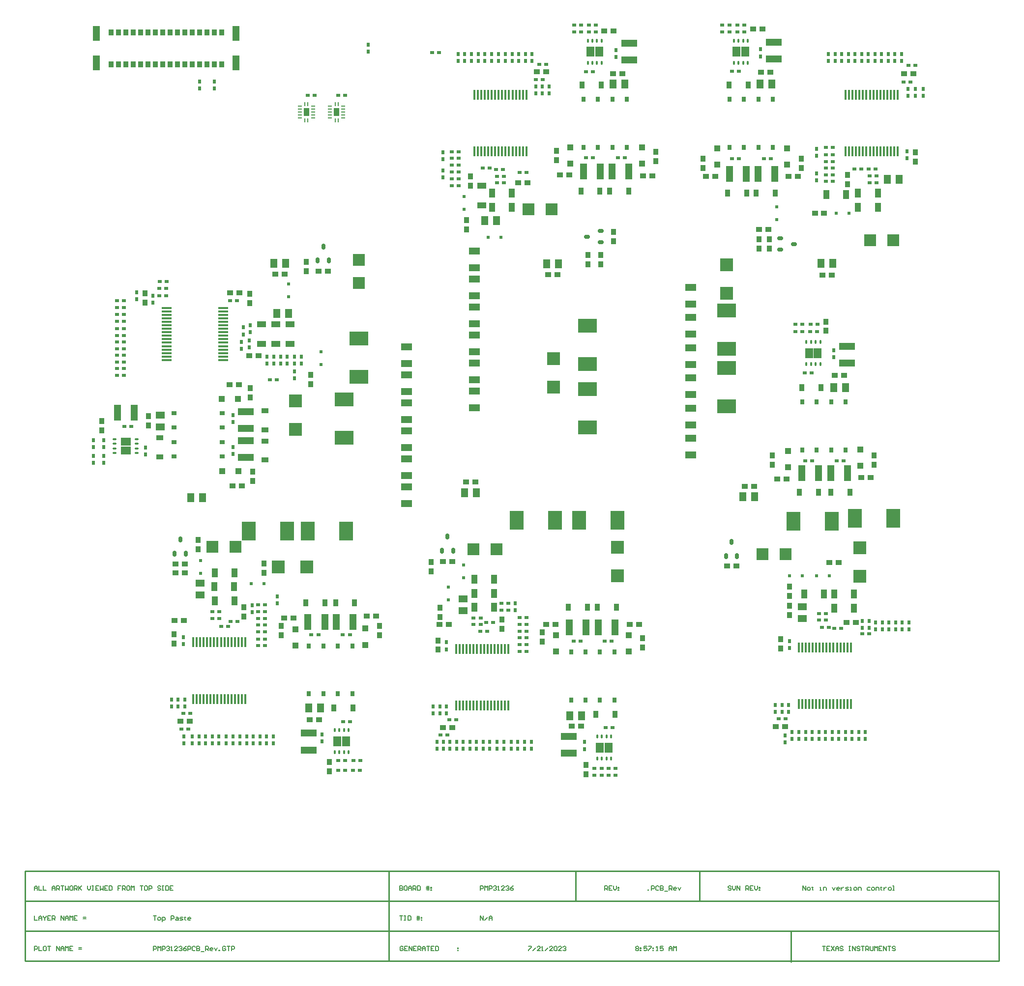
<source format=gtp>
G04*
G04 #@! TF.GenerationSoftware,Altium Limited,Altium Designer,23.6.0 (18)*
G04*
G04 Layer_Color=8421504*
%FSAX44Y44*%
%MOMM*%
G71*
G04*
G04 #@! TF.SameCoordinates,B6B15AAD-09C2-4985-A1E0-6DBEE0027C76*
G04*
G04*
G04 #@! TF.FilePolarity,Positive*
G04*
G01*
G75*
%ADD15C,0.2032*%
%ADD16C,0.2540*%
G04:AMPARAMS|DCode=28|XSize=1.75mm|YSize=1.31mm|CornerRadius=0.0524mm|HoleSize=0mm|Usage=FLASHONLY|Rotation=90.000|XOffset=0mm|YOffset=0mm|HoleType=Round|Shape=RoundedRectangle|*
%AMROUNDEDRECTD28*
21,1,1.7500,1.2052,0,0,90.0*
21,1,1.6452,1.3100,0,0,90.0*
1,1,0.1048,0.6026,0.8226*
1,1,0.1048,0.6026,-0.8226*
1,1,0.1048,-0.6026,-0.8226*
1,1,0.1048,-0.6026,0.8226*
%
%ADD28ROUNDEDRECTD28*%
G04:AMPARAMS|DCode=29|XSize=1.75mm|YSize=1.31mm|CornerRadius=0.0524mm|HoleSize=0mm|Usage=FLASHONLY|Rotation=180.000|XOffset=0mm|YOffset=0mm|HoleType=Round|Shape=RoundedRectangle|*
%AMROUNDEDRECTD29*
21,1,1.7500,1.2052,0,0,180.0*
21,1,1.6452,1.3100,0,0,180.0*
1,1,0.1048,-0.8226,0.6026*
1,1,0.1048,0.8226,0.6026*
1,1,0.1048,0.8226,-0.6026*
1,1,0.1048,-0.8226,-0.6026*
%
%ADD29ROUNDEDRECTD29*%
G04:AMPARAMS|DCode=30|XSize=1.65mm|YSize=0.41mm|CornerRadius=0.0492mm|HoleSize=0mm|Usage=FLASHONLY|Rotation=270.000|XOffset=0mm|YOffset=0mm|HoleType=Round|Shape=RoundedRectangle|*
%AMROUNDEDRECTD30*
21,1,1.6500,0.3116,0,0,270.0*
21,1,1.5516,0.4100,0,0,270.0*
1,1,0.0984,-0.1558,-0.7758*
1,1,0.0984,-0.1558,0.7758*
1,1,0.0984,0.1558,0.7758*
1,1,0.0984,0.1558,-0.7758*
%
%ADD30ROUNDEDRECTD30*%
%ADD31R,0.6000X0.8000*%
%ADD32R,0.8000X0.6000*%
%ADD33R,0.9500X1.0000*%
%ADD34R,1.2700X1.6002*%
%ADD35R,1.0000X0.9500*%
%ADD36R,1.6000X1.1000*%
%ADD37R,0.5000X0.5000*%
%ADD38R,1.1000X1.1000*%
%ADD39R,2.7000X1.3000*%
%ADD40R,1.2200X0.9150*%
%ADD41R,0.5000X0.5000*%
%ADD42R,1.1000X1.6000*%
%ADD43R,1.6002X1.2700*%
%ADD44R,2.0000X2.0000*%
G04:AMPARAMS|DCode=45|XSize=0.6mm|YSize=1mm|CornerRadius=0.15mm|HoleSize=0mm|Usage=FLASHONLY|Rotation=180.000|XOffset=0mm|YOffset=0mm|HoleType=Round|Shape=RoundedRectangle|*
%AMROUNDEDRECTD45*
21,1,0.6000,0.7000,0,0,180.0*
21,1,0.3000,1.0000,0,0,180.0*
1,1,0.3000,-0.1500,0.3500*
1,1,0.3000,0.1500,0.3500*
1,1,0.3000,0.1500,-0.3500*
1,1,0.3000,-0.1500,-0.3500*
%
%ADD45ROUNDEDRECTD45*%
%ADD46R,1.1000X1.1000*%
%ADD47R,0.9150X1.2200*%
%ADD48R,1.3000X2.7000*%
G04:AMPARAMS|DCode=49|XSize=0.6mm|YSize=1mm|CornerRadius=0.15mm|HoleSize=0mm|Usage=FLASHONLY|Rotation=90.000|XOffset=0mm|YOffset=0mm|HoleType=Round|Shape=RoundedRectangle|*
%AMROUNDEDRECTD49*
21,1,0.6000,0.7000,0,0,90.0*
21,1,0.3000,1.0000,0,0,90.0*
1,1,0.3000,0.3500,0.1500*
1,1,0.3000,0.3500,-0.1500*
1,1,0.3000,-0.3500,-0.1500*
1,1,0.3000,-0.3500,0.1500*
%
%ADD49ROUNDEDRECTD49*%
G04:AMPARAMS|DCode=50|XSize=0.87mm|YSize=0.71mm|CornerRadius=0.0497mm|HoleSize=0mm|Usage=FLASHONLY|Rotation=90.000|XOffset=0mm|YOffset=0mm|HoleType=Round|Shape=RoundedRectangle|*
%AMROUNDEDRECTD50*
21,1,0.8700,0.6106,0,0,90.0*
21,1,0.7706,0.7100,0,0,90.0*
1,1,0.0994,0.3053,0.3853*
1,1,0.0994,0.3053,-0.3853*
1,1,0.0994,-0.3053,-0.3853*
1,1,0.0994,-0.3053,0.3853*
%
%ADD50ROUNDEDRECTD50*%
G04:AMPARAMS|DCode=51|XSize=2.4mm|YSize=3.3mm|CornerRadius=0.048mm|HoleSize=0mm|Usage=FLASHONLY|Rotation=90.000|XOffset=0mm|YOffset=0mm|HoleType=Round|Shape=RoundedRectangle|*
%AMROUNDEDRECTD51*
21,1,2.4000,3.2040,0,0,90.0*
21,1,2.3040,3.3000,0,0,90.0*
1,1,0.0960,1.6020,1.1520*
1,1,0.0960,1.6020,-1.1520*
1,1,0.0960,-1.6020,-1.1520*
1,1,0.0960,-1.6020,1.1520*
%
%ADD51ROUNDEDRECTD51*%
G04:AMPARAMS|DCode=52|XSize=2.16mm|YSize=2.26mm|CornerRadius=0.054mm|HoleSize=0mm|Usage=FLASHONLY|Rotation=90.000|XOffset=0mm|YOffset=0mm|HoleType=Round|Shape=RoundedRectangle|*
%AMROUNDEDRECTD52*
21,1,2.1600,2.1520,0,0,90.0*
21,1,2.0520,2.2600,0,0,90.0*
1,1,0.1080,1.0760,1.0260*
1,1,0.1080,1.0760,-1.0260*
1,1,0.1080,-1.0760,-1.0260*
1,1,0.1080,-1.0760,1.0260*
%
%ADD52ROUNDEDRECTD52*%
G04:AMPARAMS|DCode=53|XSize=2.4mm|YSize=3.3mm|CornerRadius=0.048mm|HoleSize=0mm|Usage=FLASHONLY|Rotation=180.000|XOffset=0mm|YOffset=0mm|HoleType=Round|Shape=RoundedRectangle|*
%AMROUNDEDRECTD53*
21,1,2.4000,3.2040,0,0,180.0*
21,1,2.3040,3.3000,0,0,180.0*
1,1,0.0960,-1.1520,1.6020*
1,1,0.0960,1.1520,1.6020*
1,1,0.0960,1.1520,-1.6020*
1,1,0.0960,-1.1520,-1.6020*
%
%ADD53ROUNDEDRECTD53*%
%ADD54R,1.8500X1.3000*%
%ADD55R,2.0000X2.0000*%
G04:AMPARAMS|DCode=56|XSize=0.3mm|YSize=0.6mm|CornerRadius=0.0495mm|HoleSize=0mm|Usage=FLASHONLY|Rotation=0.000|XOffset=0mm|YOffset=0mm|HoleType=Round|Shape=RoundedRectangle|*
%AMROUNDEDRECTD56*
21,1,0.3000,0.5010,0,0,0.0*
21,1,0.2010,0.6000,0,0,0.0*
1,1,0.0990,0.1005,-0.2505*
1,1,0.0990,-0.1005,-0.2505*
1,1,0.0990,-0.1005,0.2505*
1,1,0.0990,0.1005,0.2505*
%
%ADD56ROUNDEDRECTD56*%
G04:AMPARAMS|DCode=57|XSize=2.16mm|YSize=2.26mm|CornerRadius=0.054mm|HoleSize=0mm|Usage=FLASHONLY|Rotation=180.000|XOffset=0mm|YOffset=0mm|HoleType=Round|Shape=RoundedRectangle|*
%AMROUNDEDRECTD57*
21,1,2.1600,2.1520,0,0,180.0*
21,1,2.0520,2.2600,0,0,180.0*
1,1,0.1080,-1.0260,1.0760*
1,1,0.1080,1.0260,1.0760*
1,1,0.1080,1.0260,-1.0760*
1,1,0.1080,-1.0260,-1.0760*
%
%ADD57ROUNDEDRECTD57*%
G04:AMPARAMS|DCode=58|XSize=0.3mm|YSize=0.6mm|CornerRadius=0.0495mm|HoleSize=0mm|Usage=FLASHONLY|Rotation=90.000|XOffset=0mm|YOffset=0mm|HoleType=Round|Shape=RoundedRectangle|*
%AMROUNDEDRECTD58*
21,1,0.3000,0.5010,0,0,90.0*
21,1,0.2010,0.6000,0,0,90.0*
1,1,0.0990,0.2505,0.1005*
1,1,0.0990,0.2505,-0.1005*
1,1,0.0990,-0.2505,-0.1005*
1,1,0.0990,-0.2505,0.1005*
%
%ADD58ROUNDEDRECTD58*%
G04:AMPARAMS|DCode=59|XSize=1.65mm|YSize=0.41mm|CornerRadius=0.0492mm|HoleSize=0mm|Usage=FLASHONLY|Rotation=0.000|XOffset=0mm|YOffset=0mm|HoleType=Round|Shape=RoundedRectangle|*
%AMROUNDEDRECTD59*
21,1,1.6500,0.3116,0,0,0.0*
21,1,1.5516,0.4100,0,0,0.0*
1,1,0.0984,0.7758,-0.1558*
1,1,0.0984,-0.7758,-0.1558*
1,1,0.0984,-0.7758,0.1558*
1,1,0.0984,0.7758,0.1558*
%
%ADD59ROUNDEDRECTD59*%
G04:AMPARAMS|DCode=60|XSize=0.25mm|YSize=0.6mm|CornerRadius=0.05mm|HoleSize=0mm|Usage=FLASHONLY|Rotation=0.000|XOffset=0mm|YOffset=0mm|HoleType=Round|Shape=RoundedRectangle|*
%AMROUNDEDRECTD60*
21,1,0.2500,0.5000,0,0,0.0*
21,1,0.1500,0.6000,0,0,0.0*
1,1,0.1000,0.0750,-0.2500*
1,1,0.1000,-0.0750,-0.2500*
1,1,0.1000,-0.0750,0.2500*
1,1,0.1000,0.0750,0.2500*
%
%ADD60ROUNDEDRECTD60*%
G04:AMPARAMS|DCode=61|XSize=0.6mm|YSize=0.25mm|CornerRadius=0.05mm|HoleSize=0mm|Usage=FLASHONLY|Rotation=0.000|XOffset=0mm|YOffset=0mm|HoleType=Round|Shape=RoundedRectangle|*
%AMROUNDEDRECTD61*
21,1,0.6000,0.1500,0,0,0.0*
21,1,0.5000,0.2500,0,0,0.0*
1,1,0.1000,0.2500,-0.0750*
1,1,0.1000,-0.2500,-0.0750*
1,1,0.1000,-0.2500,0.0750*
1,1,0.1000,0.2500,0.0750*
%
%ADD61ROUNDEDRECTD61*%
G04:AMPARAMS|DCode=62|XSize=0.8mm|YSize=1.1mm|CornerRadius=0.052mm|HoleSize=0mm|Usage=FLASHONLY|Rotation=180.000|XOffset=0mm|YOffset=0mm|HoleType=Round|Shape=RoundedRectangle|*
%AMROUNDEDRECTD62*
21,1,0.8000,0.9960,0,0,180.0*
21,1,0.6960,1.1000,0,0,180.0*
1,1,0.1040,-0.3480,0.4980*
1,1,0.1040,0.3480,0.4980*
1,1,0.1040,0.3480,-0.4980*
1,1,0.1040,-0.3480,-0.4980*
%
%ADD62ROUNDEDRECTD62*%
G04:AMPARAMS|DCode=63|XSize=1.2mm|YSize=2.5mm|CornerRadius=0.048mm|HoleSize=0mm|Usage=FLASHONLY|Rotation=180.000|XOffset=0mm|YOffset=0mm|HoleType=Round|Shape=RoundedRectangle|*
%AMROUNDEDRECTD63*
21,1,1.2000,2.4040,0,0,180.0*
21,1,1.1040,2.5000,0,0,180.0*
1,1,0.0960,-0.5520,1.2020*
1,1,0.0960,0.5520,1.2020*
1,1,0.0960,0.5520,-1.2020*
1,1,0.0960,-0.5520,-1.2020*
%
%ADD63ROUNDEDRECTD63*%
G04:AMPARAMS|DCode=64|XSize=0.87mm|YSize=0.71mm|CornerRadius=0.0497mm|HoleSize=0mm|Usage=FLASHONLY|Rotation=0.000|XOffset=0mm|YOffset=0mm|HoleType=Round|Shape=RoundedRectangle|*
%AMROUNDEDRECTD64*
21,1,0.8700,0.6106,0,0,0.0*
21,1,0.7706,0.7100,0,0,0.0*
1,1,0.0994,0.3853,-0.3053*
1,1,0.0994,-0.3853,-0.3053*
1,1,0.0994,-0.3853,0.3053*
1,1,0.0994,0.3853,0.3053*
%
%ADD64ROUNDEDRECTD64*%
G36*
X00590158Y01557486D02*
X00581658D01*
X00581558D01*
X00581375Y01557562D01*
X00581234Y01557703D01*
X00581158Y01557887D01*
Y01557986D01*
D01*
Y01570786D01*
Y01570885D01*
X00581234Y01571069D01*
X00581375Y01571210D01*
X00581558Y01571286D01*
X00581658D01*
D01*
X00590158D01*
X00590257D01*
X00590441Y01571210D01*
X00590582Y01571069D01*
X00590658Y01570885D01*
Y01570786D01*
D01*
Y01557986D01*
Y01557887D01*
X00590582Y01557703D01*
X00590441Y01557562D01*
X00590257Y01557486D01*
X00590158D01*
D01*
D02*
G37*
G36*
X00642228D02*
X00633728D01*
X00633629D01*
X00633445Y01557562D01*
X00633304Y01557703D01*
X00633228Y01557887D01*
Y01557986D01*
D01*
Y01570786D01*
Y01570885D01*
X00633304Y01571069D01*
X00633445Y01571210D01*
X00633629Y01571286D01*
X00633728D01*
D01*
X00642228D01*
X00642327D01*
X00642511Y01571210D01*
X00642652Y01571069D01*
X00642728Y01570885D01*
Y01570786D01*
D01*
Y01557986D01*
Y01557887D01*
X00642652Y01557703D01*
X00642511Y01557562D01*
X00642327Y01557486D01*
X00642228D01*
D01*
D02*
G37*
G54D15*
X00322326Y00179196D02*
X00327404D01*
X00324865D01*
Y00171579D01*
X00331213D02*
X00333752D01*
X00335022Y00172848D01*
Y00175387D01*
X00333752Y00176657D01*
X00331213D01*
X00329944Y00175387D01*
Y00172848D01*
X00331213Y00171579D01*
X00337561Y00169039D02*
Y00176657D01*
X00341370D01*
X00342639Y00175387D01*
Y00172848D01*
X00341370Y00171579D01*
X00337561D01*
X00352796D02*
Y00179196D01*
X00356605D01*
X00357874Y00177927D01*
Y00175387D01*
X00356605Y00174118D01*
X00352796D01*
X00361683Y00176657D02*
X00364222D01*
X00365492Y00175387D01*
Y00171579D01*
X00361683D01*
X00360414Y00172848D01*
X00361683Y00174118D01*
X00365492D01*
X00368031Y00171579D02*
X00371840D01*
X00373110Y00172848D01*
X00371840Y00174118D01*
X00369301D01*
X00368031Y00175387D01*
X00369301Y00176657D01*
X00373110D01*
X00376918Y00177927D02*
Y00176657D01*
X00375649D01*
X00378188D01*
X00376918D01*
Y00172848D01*
X00378188Y00171579D01*
X00385806D02*
X00383266D01*
X00381997Y00172848D01*
Y00175387D01*
X00383266Y00176657D01*
X00385806D01*
X00387075Y00175387D01*
Y00174118D01*
X00381997D01*
X00885317Y00171450D02*
Y00179067D01*
X00890395Y00171450D01*
Y00179067D01*
X00892934Y00171450D02*
X00898013Y00176528D01*
X00900552Y00171450D02*
Y00176528D01*
X00903091Y00179067D01*
X00905630Y00176528D01*
Y00171450D01*
Y00175259D01*
X00900552D01*
X00746760Y00179067D02*
X00751838D01*
X00749299D01*
Y00171450D01*
X00754378Y00179067D02*
X00756917D01*
X00755647D01*
Y00171450D01*
X00754378D01*
X00756917D01*
X00760725Y00179067D02*
Y00171450D01*
X00764534D01*
X00765804Y00172720D01*
Y00177798D01*
X00764534Y00179067D01*
X00760725D01*
X00777230Y00171450D02*
Y00179067D01*
X00779769D02*
Y00171450D01*
X00775961Y00176528D02*
X00779769D01*
X00781039D01*
X00775961Y00173989D02*
X00781039D01*
X00783578Y00176528D02*
X00784848D01*
Y00175259D01*
X00783578D01*
Y00176528D01*
Y00172720D02*
X00784848D01*
Y00171450D01*
X00783578D01*
Y00172720D01*
X01474470Y00126912D02*
X01479548D01*
X01477009D01*
Y00119295D01*
X01487166Y00126912D02*
X01482088D01*
Y00119295D01*
X01487166D01*
X01482088Y00123104D02*
X01484627D01*
X01489705Y00126912D02*
X01494783Y00119295D01*
Y00126912D02*
X01489705Y00119295D01*
X01497323D02*
Y00124373D01*
X01499862Y00126912D01*
X01502401Y00124373D01*
Y00119295D01*
Y00123104D01*
X01497323D01*
X01510018Y00125643D02*
X01508749Y00126912D01*
X01506210D01*
X01504940Y00125643D01*
Y00124373D01*
X01506210Y00123104D01*
X01508749D01*
X01510018Y00121834D01*
Y00120564D01*
X01508749Y00119295D01*
X01506210D01*
X01504940Y00120564D01*
X01520175Y00126912D02*
X01522714D01*
X01521445D01*
Y00119295D01*
X01520175D01*
X01522714D01*
X01526523D02*
Y00126912D01*
X01531602Y00119295D01*
Y00126912D01*
X01539219Y00125643D02*
X01537950Y00126912D01*
X01535410D01*
X01534141Y00125643D01*
Y00124373D01*
X01535410Y00123104D01*
X01537950D01*
X01539219Y00121834D01*
Y00120564D01*
X01537950Y00119295D01*
X01535410D01*
X01534141Y00120564D01*
X01541758Y00126912D02*
X01546837D01*
X01544297D01*
Y00119295D01*
X01549376D02*
Y00126912D01*
X01553185D01*
X01554454Y00125643D01*
Y00123104D01*
X01553185Y00121834D01*
X01549376D01*
X01551915D02*
X01554454Y00119295D01*
X01556993Y00126912D02*
Y00120564D01*
X01558263Y00119295D01*
X01560802D01*
X01562072Y00120564D01*
Y00126912D01*
X01564611Y00119295D02*
Y00126912D01*
X01567150Y00124373D01*
X01569689Y00126912D01*
Y00119295D01*
X01577307Y00126912D02*
X01572228D01*
Y00119295D01*
X01577307D01*
X01572228Y00123104D02*
X01574768D01*
X01579846Y00119295D02*
Y00126912D01*
X01584924Y00119295D01*
Y00126912D01*
X01587463D02*
X01592542D01*
X01590003D01*
Y00119295D01*
X01600159Y00125643D02*
X01598890Y00126912D01*
X01596351D01*
X01595081Y00125643D01*
Y00124373D01*
X01596351Y00123104D01*
X01598890D01*
X01600159Y00121834D01*
Y00120564D01*
X01598890Y00119295D01*
X01596351D01*
X01595081Y00120564D01*
X01153287Y00125643D02*
X01154557Y00126912D01*
X01157096D01*
X01158365Y00125643D01*
Y00124373D01*
X01157096Y00123104D01*
X01158365Y00121834D01*
Y00120564D01*
X01157096Y00119295D01*
X01154557D01*
X01153287Y00120564D01*
Y00121834D01*
X01154557Y00123104D01*
X01153287Y00124373D01*
Y00125643D01*
X01154557Y00123104D02*
X01157096D01*
X01160904Y00124373D02*
X01162174D01*
Y00123104D01*
X01160904D01*
Y00124373D01*
Y00120564D02*
X01162174D01*
Y00119295D01*
X01160904D01*
Y00120564D01*
X01172331Y00126912D02*
X01167253D01*
Y00123104D01*
X01169792Y00124373D01*
X01171061D01*
X01172331Y00123104D01*
Y00120564D01*
X01171061Y00119295D01*
X01168522D01*
X01167253Y00120564D01*
X01174870Y00126912D02*
X01179948D01*
Y00125643D01*
X01174870Y00120564D01*
Y00119295D01*
X01182488Y00124373D02*
X01183757D01*
Y00123104D01*
X01182488D01*
Y00124373D01*
Y00120564D02*
X01183757D01*
Y00119295D01*
X01182488D01*
Y00120564D01*
X01188836Y00119295D02*
X01191375D01*
X01190105D01*
Y00126912D01*
X01188836Y00125643D01*
X01200262Y00126912D02*
X01195183D01*
Y00123104D01*
X01197723Y00124373D01*
X01198992D01*
X01200262Y00123104D01*
Y00120564D01*
X01198992Y00119295D01*
X01196453D01*
X01195183Y00120564D01*
X01210418Y00119295D02*
Y00124373D01*
X01212958Y00126912D01*
X01215497Y00124373D01*
Y00119295D01*
Y00123104D01*
X01210418D01*
X01218036Y00119295D02*
Y00126912D01*
X01220575Y00124373D01*
X01223114Y00126912D01*
Y00119295D01*
X00117729D02*
Y00126912D01*
X00121538D01*
X00122807Y00125643D01*
Y00123104D01*
X00121538Y00121834D01*
X00117729D01*
X00125346Y00126912D02*
Y00119295D01*
X00130425D01*
X00136773Y00126912D02*
X00134234D01*
X00132964Y00125643D01*
Y00120564D01*
X00134234Y00119295D01*
X00136773D01*
X00138042Y00120564D01*
Y00125643D01*
X00136773Y00126912D01*
X00140582D02*
X00145660D01*
X00143121D01*
Y00119295D01*
X00155817D02*
Y00126912D01*
X00160895Y00119295D01*
Y00126912D01*
X00163434Y00119295D02*
Y00124373D01*
X00165973Y00126912D01*
X00168513Y00124373D01*
Y00119295D01*
Y00123104D01*
X00163434D01*
X00171052Y00119295D02*
Y00126912D01*
X00173591Y00124373D01*
X00176130Y00126912D01*
Y00119295D01*
X00183748Y00126912D02*
X00178669D01*
Y00119295D01*
X00183748D01*
X00178669Y00123104D02*
X00181208D01*
X00193904Y00121834D02*
X00198983D01*
X00193904Y00124373D02*
X00198983D01*
X00117729Y00179196D02*
Y00171579D01*
X00122807D01*
X00125346D02*
Y00176657D01*
X00127886Y00179196D01*
X00130425Y00176657D01*
Y00171579D01*
Y00175387D01*
X00125346D01*
X00132964Y00179196D02*
Y00177927D01*
X00135503Y00175387D01*
X00138042Y00177927D01*
Y00179196D01*
X00135503Y00175387D02*
Y00171579D01*
X00145660Y00179196D02*
X00140582D01*
Y00171579D01*
X00145660D01*
X00140582Y00175387D02*
X00143121D01*
X00148199Y00171579D02*
Y00179196D01*
X00152008D01*
X00153278Y00177927D01*
Y00175387D01*
X00152008Y00174118D01*
X00148199D01*
X00150738D02*
X00153278Y00171579D01*
X00163434D02*
Y00179196D01*
X00168513Y00171579D01*
Y00179196D01*
X00171052Y00171579D02*
Y00176657D01*
X00173591Y00179196D01*
X00176130Y00176657D01*
Y00171579D01*
Y00175387D01*
X00171052D01*
X00178669Y00171579D02*
Y00179196D01*
X00181208Y00176657D01*
X00183748Y00179196D01*
Y00171579D01*
X00191365Y00179196D02*
X00186287D01*
Y00171579D01*
X00191365D01*
X00186287Y00175387D02*
X00188826D01*
X00201522Y00174118D02*
X00206600D01*
X00201522Y00176657D02*
X00206600D01*
X00746760Y00230714D02*
Y00223097D01*
X00750569D01*
X00751838Y00224366D01*
Y00225636D01*
X00750569Y00226905D01*
X00746760D01*
X00750569D01*
X00751838Y00228175D01*
Y00229445D01*
X00750569Y00230714D01*
X00746760D01*
X00758186D02*
X00755647D01*
X00754378Y00229445D01*
Y00224366D01*
X00755647Y00223097D01*
X00758186D01*
X00759456Y00224366D01*
Y00229445D01*
X00758186Y00230714D01*
X00761995Y00223097D02*
Y00228175D01*
X00764534Y00230714D01*
X00767073Y00228175D01*
Y00223097D01*
Y00226905D01*
X00761995D01*
X00769613Y00223097D02*
Y00230714D01*
X00773421D01*
X00774691Y00229445D01*
Y00226905D01*
X00773421Y00225636D01*
X00769613D01*
X00772152D02*
X00774691Y00223097D01*
X00777230Y00230714D02*
Y00223097D01*
X00781039D01*
X00782309Y00224366D01*
Y00229445D01*
X00781039Y00230714D01*
X00777230D01*
X00793735Y00223097D02*
Y00230714D01*
X00796274D02*
Y00223097D01*
X00792465Y00228175D02*
X00796274D01*
X00797544D01*
X00792465Y00225636D02*
X00797544D01*
X00800083Y00228175D02*
X00801352D01*
Y00226905D01*
X00800083D01*
Y00228175D01*
Y00224366D02*
X00801352D01*
Y00223097D01*
X00800083D01*
Y00224366D01*
X00885317Y00223097D02*
Y00230714D01*
X00889126D01*
X00890395Y00229445D01*
Y00226905D01*
X00889126Y00225636D01*
X00885317D01*
X00892934Y00223097D02*
Y00230714D01*
X00895474Y00228175D01*
X00898013Y00230714D01*
Y00223097D01*
X00900552D02*
Y00230714D01*
X00904361D01*
X00905630Y00229445D01*
Y00226905D01*
X00904361Y00225636D01*
X00900552D01*
X00908170Y00229445D02*
X00909439Y00230714D01*
X00911978D01*
X00913248Y00229445D01*
Y00228175D01*
X00911978Y00226905D01*
X00910709D01*
X00911978D01*
X00913248Y00225636D01*
Y00224366D01*
X00911978Y00223097D01*
X00909439D01*
X00908170Y00224366D01*
X00915787Y00223097D02*
X00918326D01*
X00917057D01*
Y00230714D01*
X00915787Y00229445D01*
X00927213Y00223097D02*
X00922135D01*
X00927213Y00228175D01*
Y00229445D01*
X00925944Y00230714D01*
X00923405D01*
X00922135Y00229445D01*
X00929753D02*
X00931022Y00230714D01*
X00933561D01*
X00934831Y00229445D01*
Y00228175D01*
X00933561Y00226905D01*
X00932292D01*
X00933561D01*
X00934831Y00225636D01*
Y00224366D01*
X00933561Y00223097D01*
X00931022D01*
X00929753Y00224366D01*
X00942449Y00230714D02*
X00939909Y00229445D01*
X00937370Y00226905D01*
Y00224366D01*
X00938640Y00223097D01*
X00941179D01*
X00942449Y00224366D01*
Y00225636D01*
X00941179Y00226905D01*
X00937370D01*
X01173861Y00223097D02*
Y00224366D01*
X01175131D01*
Y00223097D01*
X01173861D01*
X01180209D02*
Y00230714D01*
X01184018D01*
X01185287Y00229445D01*
Y00226905D01*
X01184018Y00225636D01*
X01180209D01*
X01192905Y00229445D02*
X01191635Y00230714D01*
X01189096D01*
X01187827Y00229445D01*
Y00224366D01*
X01189096Y00223097D01*
X01191635D01*
X01192905Y00224366D01*
X01195444Y00230714D02*
Y00223097D01*
X01199253D01*
X01200522Y00224366D01*
Y00225636D01*
X01199253Y00226905D01*
X01195444D01*
X01199253D01*
X01200522Y00228175D01*
Y00229445D01*
X01199253Y00230714D01*
X01195444D01*
X01203062Y00221827D02*
X01208140D01*
X01210679Y00223097D02*
Y00230714D01*
X01214488D01*
X01215757Y00229445D01*
Y00226905D01*
X01214488Y00225636D01*
X01210679D01*
X01213218D02*
X01215757Y00223097D01*
X01222105D02*
X01219566D01*
X01218297Y00224366D01*
Y00226905D01*
X01219566Y00228175D01*
X01222105D01*
X01223375Y00226905D01*
Y00225636D01*
X01218297D01*
X01225914Y00228175D02*
X01228453Y00223097D01*
X01230993Y00228175D01*
X00117729Y00223097D02*
Y00228175D01*
X00120268Y00230714D01*
X00122807Y00228175D01*
Y00223097D01*
Y00226905D01*
X00117729D01*
X00125346Y00230714D02*
Y00223097D01*
X00130425D01*
X00132964Y00230714D02*
Y00223097D01*
X00138042D01*
X00148199D02*
Y00228175D01*
X00150738Y00230714D01*
X00153278Y00228175D01*
Y00223097D01*
Y00226905D01*
X00148199D01*
X00155817Y00223097D02*
Y00230714D01*
X00159626D01*
X00160895Y00229445D01*
Y00226905D01*
X00159626Y00225636D01*
X00155817D01*
X00158356D02*
X00160895Y00223097D01*
X00163434Y00230714D02*
X00168513D01*
X00165973D01*
Y00223097D01*
X00171052Y00230714D02*
Y00223097D01*
X00173591Y00225636D01*
X00176130Y00223097D01*
Y00230714D01*
X00182478D02*
X00179939D01*
X00178669Y00229445D01*
Y00224366D01*
X00179939Y00223097D01*
X00182478D01*
X00183748Y00224366D01*
Y00229445D01*
X00182478Y00230714D01*
X00186287Y00223097D02*
Y00230714D01*
X00190096D01*
X00191365Y00229445D01*
Y00226905D01*
X00190096Y00225636D01*
X00186287D01*
X00188826D02*
X00191365Y00223097D01*
X00193904Y00230714D02*
Y00223097D01*
Y00225636D01*
X00198983Y00230714D01*
X00195174Y00226905D01*
X00198983Y00223097D01*
X00209139Y00230714D02*
Y00225636D01*
X00211679Y00223097D01*
X00214218Y00225636D01*
Y00230714D01*
X00216757D02*
X00219296D01*
X00218027D01*
Y00223097D01*
X00216757D01*
X00219296D01*
X00228183Y00230714D02*
X00223105D01*
Y00223097D01*
X00228183D01*
X00223105Y00226905D02*
X00225644D01*
X00230722Y00230714D02*
Y00223097D01*
X00233262Y00225636D01*
X00235801Y00223097D01*
Y00230714D01*
X00243418D02*
X00238340D01*
Y00223097D01*
X00243418D01*
X00238340Y00226905D02*
X00240879D01*
X00245958Y00230714D02*
Y00223097D01*
X00249766D01*
X00251036Y00224366D01*
Y00229445D01*
X00249766Y00230714D01*
X00245958D01*
X00266271D02*
X00261193D01*
Y00226905D01*
X00263732D01*
X00261193D01*
Y00223097D01*
X00268810D02*
Y00230714D01*
X00272619D01*
X00273888Y00229445D01*
Y00226905D01*
X00272619Y00225636D01*
X00268810D01*
X00271349D02*
X00273888Y00223097D01*
X00280236Y00230714D02*
X00277697D01*
X00276428Y00229445D01*
Y00224366D01*
X00277697Y00223097D01*
X00280236D01*
X00281506Y00224366D01*
Y00229445D01*
X00280236Y00230714D01*
X00284045Y00223097D02*
Y00230714D01*
X00286584Y00228175D01*
X00289124Y00230714D01*
Y00223097D01*
X00299280Y00230714D02*
X00304359D01*
X00301819D01*
Y00223097D01*
X00310707Y00230714D02*
X00308167D01*
X00306898Y00229445D01*
Y00224366D01*
X00308167Y00223097D01*
X00310707D01*
X00311976Y00224366D01*
Y00229445D01*
X00310707Y00230714D01*
X00314515Y00223097D02*
Y00230714D01*
X00318324D01*
X00319594Y00229445D01*
Y00226905D01*
X00318324Y00225636D01*
X00314515D01*
X00334829Y00229445D02*
X00333559Y00230714D01*
X00331020D01*
X00329750Y00229445D01*
Y00228175D01*
X00331020Y00226905D01*
X00333559D01*
X00334829Y00225636D01*
Y00224366D01*
X00333559Y00223097D01*
X00331020D01*
X00329750Y00224366D01*
X00337368Y00230714D02*
X00339907D01*
X00338638D01*
Y00223097D01*
X00337368D01*
X00339907D01*
X00343716Y00230714D02*
Y00223097D01*
X00347525D01*
X00348794Y00224366D01*
Y00229445D01*
X00347525Y00230714D01*
X00343716D01*
X00356412D02*
X00351333D01*
Y00223097D01*
X00356412D01*
X00351333Y00226905D02*
X00353873D01*
X00752346Y00125643D02*
X00751077Y00126912D01*
X00748538D01*
X00747268Y00125643D01*
Y00120564D01*
X00748538Y00119295D01*
X00751077D01*
X00752346Y00120564D01*
Y00123104D01*
X00749807D01*
X00759964Y00126912D02*
X00754885D01*
Y00119295D01*
X00759964D01*
X00754885Y00123104D02*
X00757425D01*
X00762503Y00119295D02*
Y00126912D01*
X00767581Y00119295D01*
Y00126912D01*
X00775199D02*
X00770121D01*
Y00119295D01*
X00775199D01*
X00770121Y00123104D02*
X00772660D01*
X00777738Y00119295D02*
Y00126912D01*
X00781547D01*
X00782816Y00125643D01*
Y00123104D01*
X00781547Y00121834D01*
X00777738D01*
X00780277D02*
X00782816Y00119295D01*
X00785356D02*
Y00124373D01*
X00787895Y00126912D01*
X00790434Y00124373D01*
Y00119295D01*
Y00123104D01*
X00785356D01*
X00792973Y00126912D02*
X00798052D01*
X00795512D01*
Y00119295D01*
X00805669Y00126912D02*
X00800591D01*
Y00119295D01*
X00805669D01*
X00800591Y00123104D02*
X00803130D01*
X00808208Y00126912D02*
Y00119295D01*
X00812017D01*
X00813287Y00120564D01*
Y00125643D01*
X00812017Y00126912D01*
X00808208D01*
X00846296Y00124373D02*
X00847566D01*
Y00123104D01*
X00846296D01*
Y00124373D01*
Y00120564D02*
X00847566D01*
Y00119295D01*
X00846296D01*
Y00120564D01*
X00968121Y00126912D02*
X00973199D01*
Y00125643D01*
X00968121Y00120564D01*
Y00119295D01*
X00975739D02*
X00980817Y00124373D01*
X00988434Y00119295D02*
X00983356D01*
X00988434Y00124373D01*
Y00125643D01*
X00987165Y00126912D01*
X00984626D01*
X00983356Y00125643D01*
X00990974Y00119295D02*
X00993513D01*
X00992243D01*
Y00126912D01*
X00990974Y00125643D01*
X00997322Y00119295D02*
X01002400Y00124373D01*
X01010017Y00119295D02*
X01004939D01*
X01010017Y00124373D01*
Y00125643D01*
X01008748Y00126912D01*
X01006209D01*
X01004939Y00125643D01*
X01012557D02*
X01013826Y00126912D01*
X01016365D01*
X01017635Y00125643D01*
Y00120564D01*
X01016365Y00119295D01*
X01013826D01*
X01012557Y00120564D01*
Y00125643D01*
X01025253Y00119295D02*
X01020174D01*
X01025253Y00124373D01*
Y00125643D01*
X01023983Y00126912D01*
X01021444D01*
X01020174Y00125643D01*
X01027792D02*
X01029061Y00126912D01*
X01031600D01*
X01032870Y00125643D01*
Y00124373D01*
X01031600Y00123104D01*
X01030331D01*
X01031600D01*
X01032870Y00121834D01*
Y00120564D01*
X01031600Y00119295D01*
X01029061D01*
X01027792Y00120564D01*
X00322326Y00119295D02*
Y00126912D01*
X00326135D01*
X00327404Y00125643D01*
Y00123104D01*
X00326135Y00121834D01*
X00322326D01*
X00329944Y00119295D02*
Y00126912D01*
X00332483Y00124373D01*
X00335022Y00126912D01*
Y00119295D01*
X00337561D02*
Y00126912D01*
X00341370D01*
X00342639Y00125643D01*
Y00123104D01*
X00341370Y00121834D01*
X00337561D01*
X00345179Y00125643D02*
X00346448Y00126912D01*
X00348987D01*
X00350257Y00125643D01*
Y00124373D01*
X00348987Y00123104D01*
X00347718D01*
X00348987D01*
X00350257Y00121834D01*
Y00120564D01*
X00348987Y00119295D01*
X00346448D01*
X00345179Y00120564D01*
X00352796Y00119295D02*
X00355335D01*
X00354066D01*
Y00126912D01*
X00352796Y00125643D01*
X00364222Y00119295D02*
X00359144D01*
X00364222Y00124373D01*
Y00125643D01*
X00362953Y00126912D01*
X00360414D01*
X00359144Y00125643D01*
X00366762D02*
X00368031Y00126912D01*
X00370570D01*
X00371840Y00125643D01*
Y00124373D01*
X00370570Y00123104D01*
X00369301D01*
X00370570D01*
X00371840Y00121834D01*
Y00120564D01*
X00370570Y00119295D01*
X00368031D01*
X00366762Y00120564D01*
X00379458Y00126912D02*
X00376918Y00125643D01*
X00374379Y00123104D01*
Y00120564D01*
X00375649Y00119295D01*
X00378188D01*
X00379458Y00120564D01*
Y00121834D01*
X00378188Y00123104D01*
X00374379D01*
X00381997Y00119295D02*
Y00126912D01*
X00385806D01*
X00387075Y00125643D01*
Y00123104D01*
X00385806Y00121834D01*
X00381997D01*
X00394693Y00125643D02*
X00393423Y00126912D01*
X00390884D01*
X00389614Y00125643D01*
Y00120564D01*
X00390884Y00119295D01*
X00393423D01*
X00394693Y00120564D01*
X00397232Y00126912D02*
Y00119295D01*
X00401040D01*
X00402310Y00120564D01*
Y00121834D01*
X00401040Y00123104D01*
X00397232D01*
X00401040D01*
X00402310Y00124373D01*
Y00125643D01*
X00401040Y00126912D01*
X00397232D01*
X00404849Y00118025D02*
X00409928D01*
X00412467Y00119295D02*
Y00126912D01*
X00416276D01*
X00417545Y00125643D01*
Y00123104D01*
X00416276Y00121834D01*
X00412467D01*
X00415006D02*
X00417545Y00119295D01*
X00423893D02*
X00421354D01*
X00420084Y00120564D01*
Y00123104D01*
X00421354Y00124373D01*
X00423893D01*
X00425163Y00123104D01*
Y00121834D01*
X00420084D01*
X00427702Y00124373D02*
X00430241Y00119295D01*
X00432780Y00124373D01*
X00435319Y00119295D02*
Y00120564D01*
X00436589D01*
Y00119295D01*
X00435319D01*
X00446746Y00125643D02*
X00445476Y00126912D01*
X00442937D01*
X00441667Y00125643D01*
Y00120564D01*
X00442937Y00119295D01*
X00445476D01*
X00446746Y00120564D01*
Y00123104D01*
X00444207D01*
X00449285Y00126912D02*
X00454363D01*
X00451824D01*
Y00119295D01*
X00456903D02*
Y00126912D01*
X00460711D01*
X00461981Y00125643D01*
Y00123104D01*
X00460711Y00121834D01*
X00456903D01*
X01099820Y00223097D02*
Y00230714D01*
X01103629D01*
X01104898Y00229445D01*
Y00226905D01*
X01103629Y00225636D01*
X01099820D01*
X01102359D02*
X01104898Y00223097D01*
X01112516Y00230714D02*
X01107438D01*
Y00223097D01*
X01112516D01*
X01107438Y00226905D02*
X01109977D01*
X01115055Y00230714D02*
Y00225636D01*
X01117594Y00223097D01*
X01120133Y00225636D01*
Y00230714D01*
X01122673Y00228175D02*
X01123942D01*
Y00226905D01*
X01122673D01*
Y00228175D01*
Y00224366D02*
X01123942D01*
Y00223097D01*
X01122673D01*
Y00224366D01*
X01317750Y00229445D02*
X01316481Y00230714D01*
X01313942D01*
X01312672Y00229445D01*
Y00228175D01*
X01313942Y00226905D01*
X01316481D01*
X01317750Y00225636D01*
Y00224366D01*
X01316481Y00223097D01*
X01313942D01*
X01312672Y00224366D01*
X01320289Y00230714D02*
Y00225636D01*
X01322829Y00223097D01*
X01325368Y00225636D01*
Y00230714D01*
X01327907Y00223097D02*
Y00230714D01*
X01332985Y00223097D01*
Y00230714D01*
X01343142Y00223097D02*
Y00230714D01*
X01346951D01*
X01348221Y00229445D01*
Y00226905D01*
X01346951Y00225636D01*
X01343142D01*
X01345681D02*
X01348221Y00223097D01*
X01355838Y00230714D02*
X01350760D01*
Y00223097D01*
X01355838D01*
X01350760Y00226905D02*
X01353299D01*
X01358377Y00230714D02*
Y00225636D01*
X01360916Y00223097D01*
X01363456Y00225636D01*
Y00230714D01*
X01365995Y00228175D02*
X01367264D01*
Y00226905D01*
X01365995D01*
Y00228175D01*
Y00224366D02*
X01367264D01*
Y00223097D01*
X01365995D01*
Y00224366D01*
X01441196Y00223097D02*
Y00230714D01*
X01446274Y00223097D01*
Y00230714D01*
X01450083Y00223097D02*
X01452622D01*
X01453892Y00224366D01*
Y00226905D01*
X01452622Y00228175D01*
X01450083D01*
X01448813Y00226905D01*
Y00224366D01*
X01450083Y00223097D01*
X01457701Y00229445D02*
Y00228175D01*
X01456431D01*
X01458970D01*
X01457701D01*
Y00224366D01*
X01458970Y00223097D01*
X01470397D02*
X01472936D01*
X01471666D01*
Y00228175D01*
X01470397D01*
X01476745Y00223097D02*
Y00228175D01*
X01480553D01*
X01481823Y00226905D01*
Y00223097D01*
X01491980Y00228175D02*
X01494519Y00223097D01*
X01497058Y00228175D01*
X01503406Y00223097D02*
X01500867D01*
X01499597Y00224366D01*
Y00226905D01*
X01500867Y00228175D01*
X01503406D01*
X01504675Y00226905D01*
Y00225636D01*
X01499597D01*
X01507215Y00228175D02*
Y00223097D01*
Y00225636D01*
X01508484Y00226905D01*
X01509754Y00228175D01*
X01511023D01*
X01514832Y00223097D02*
X01518641D01*
X01519910Y00224366D01*
X01518641Y00225636D01*
X01516102D01*
X01514832Y00226905D01*
X01516102Y00228175D01*
X01519910D01*
X01522450Y00223097D02*
X01524989D01*
X01523719D01*
Y00228175D01*
X01522450D01*
X01530067Y00223097D02*
X01532606D01*
X01533876Y00224366D01*
Y00226905D01*
X01532606Y00228175D01*
X01530067D01*
X01528798Y00226905D01*
Y00224366D01*
X01530067Y00223097D01*
X01536415D02*
Y00228175D01*
X01540224D01*
X01541494Y00226905D01*
Y00223097D01*
X01556729Y00228175D02*
X01552920D01*
X01551650Y00226905D01*
Y00224366D01*
X01552920Y00223097D01*
X01556729D01*
X01560537D02*
X01563077D01*
X01564346Y00224366D01*
Y00226905D01*
X01563077Y00228175D01*
X01560537D01*
X01559268Y00226905D01*
Y00224366D01*
X01560537Y00223097D01*
X01566885D02*
Y00228175D01*
X01570694D01*
X01571964Y00226905D01*
Y00223097D01*
X01575773Y00229445D02*
Y00228175D01*
X01574503D01*
X01577042D01*
X01575773D01*
Y00224366D01*
X01577042Y00223097D01*
X01580851Y00228175D02*
Y00223097D01*
Y00225636D01*
X01582120Y00226905D01*
X01583390Y00228175D01*
X01584660D01*
X01589738Y00223097D02*
X01592277D01*
X01593547Y00224366D01*
Y00226905D01*
X01592277Y00228175D01*
X01589738D01*
X01588468Y00226905D01*
Y00224366D01*
X01589738Y00223097D01*
X01596086D02*
X01598625D01*
X01597355D01*
Y00230714D01*
X01596086D01*
G54D16*
X01420876Y00100076D02*
Y00151596D01*
X01118870Y00101727D02*
X01778508D01*
Y00256667D01*
X00727710Y00101727D02*
Y00256667D01*
X00101600Y00101727D02*
Y00256667D01*
X00101727Y00101727D02*
X00501904D01*
X00101727D02*
Y00256667D01*
Y00256667D02*
X01778508D01*
X00101600Y00101727D02*
X01118870D01*
X00101600Y00153374D02*
X01778000D01*
X00101600Y00205020D02*
X01778508D01*
X01049528D02*
Y00256667D01*
X01262888Y00205020D02*
Y00256667D01*
G54D28*
X01466718Y01149046D02*
D03*
X01451618D02*
D03*
X00654163Y00480296D02*
D03*
X00639063D02*
D03*
X01091348Y00469376D02*
D03*
X01106448D02*
D03*
X01341628Y01668526D02*
D03*
X01326528D02*
D03*
X01090098D02*
D03*
X01074998D02*
D03*
G54D29*
X00274828Y00996276D02*
D03*
Y00981176D02*
D03*
G54D30*
X00964988Y01594086D02*
D03*
X00958988D02*
D03*
X00952988D02*
D03*
X00946988D02*
D03*
X00940988D02*
D03*
X00934988D02*
D03*
X00928988D02*
D03*
X00922988D02*
D03*
X00916988D02*
D03*
X00910988D02*
D03*
X00904988D02*
D03*
X00898988D02*
D03*
X00892988D02*
D03*
X00886988D02*
D03*
X00880988D02*
D03*
X00874988D02*
D03*
Y01496586D02*
D03*
X00880988D02*
D03*
X00886988D02*
D03*
X00892988D02*
D03*
X00898988D02*
D03*
X00904988D02*
D03*
X00910988D02*
D03*
X00916988D02*
D03*
X00922988D02*
D03*
X00928988D02*
D03*
X00934988D02*
D03*
X00940988D02*
D03*
X00946988D02*
D03*
X00952988D02*
D03*
X00958988D02*
D03*
X00964988D02*
D03*
X00844013Y00541576D02*
D03*
X00850013D02*
D03*
X00856013D02*
D03*
X00862013D02*
D03*
X00868013D02*
D03*
X00874013D02*
D03*
X00880013D02*
D03*
X00886013D02*
D03*
X00892013D02*
D03*
X00898013D02*
D03*
X00904013D02*
D03*
X00910013D02*
D03*
X00916013D02*
D03*
X00922013D02*
D03*
X00928013D02*
D03*
X00934013D02*
D03*
Y00639076D02*
D03*
X00928013D02*
D03*
X00922013D02*
D03*
X00916013D02*
D03*
X00910013D02*
D03*
X00904013D02*
D03*
X00898013D02*
D03*
X00892013D02*
D03*
X00886013D02*
D03*
X00880013D02*
D03*
X00874013D02*
D03*
X00868013D02*
D03*
X00862013D02*
D03*
X00856013D02*
D03*
X00850013D02*
D03*
X00844013D02*
D03*
X01433788Y00641616D02*
D03*
X01439788D02*
D03*
X01445788D02*
D03*
X01451788D02*
D03*
X01457788D02*
D03*
X01463788D02*
D03*
X01469788D02*
D03*
X01475788D02*
D03*
X01481788D02*
D03*
X01487788D02*
D03*
X01493788D02*
D03*
X01499788D02*
D03*
X01505788D02*
D03*
X01511788D02*
D03*
X01517788D02*
D03*
X01523788D02*
D03*
Y00544116D02*
D03*
X01517788D02*
D03*
X01511788D02*
D03*
X01505788D02*
D03*
X01499788D02*
D03*
X01493788D02*
D03*
X01487788D02*
D03*
X01481788D02*
D03*
X01475788D02*
D03*
X01469788D02*
D03*
X01463788D02*
D03*
X01457788D02*
D03*
X01451788D02*
D03*
X01445788D02*
D03*
X01439788D02*
D03*
X01433788D02*
D03*
X00390983Y00553166D02*
D03*
X00396983D02*
D03*
X00402983D02*
D03*
X00408983D02*
D03*
X00414983D02*
D03*
X00420983D02*
D03*
X00426983D02*
D03*
X00432983D02*
D03*
X00438983D02*
D03*
X00444983D02*
D03*
X00450983D02*
D03*
X00456983D02*
D03*
X00462983D02*
D03*
X00468983D02*
D03*
X00474983D02*
D03*
X00480983D02*
D03*
Y00650666D02*
D03*
X00474983D02*
D03*
X00468983D02*
D03*
X00462983D02*
D03*
X00456983D02*
D03*
X00450983D02*
D03*
X00444983D02*
D03*
X00438983D02*
D03*
X00432983D02*
D03*
X00426983D02*
D03*
X00420983D02*
D03*
X00414983D02*
D03*
X00408983D02*
D03*
X00402983D02*
D03*
X00396983D02*
D03*
X00390983D02*
D03*
X01604558Y01594086D02*
D03*
X01598558D02*
D03*
X01592558D02*
D03*
X01586558D02*
D03*
X01580558D02*
D03*
X01574558D02*
D03*
X01568558D02*
D03*
X01562558D02*
D03*
X01556558D02*
D03*
X01550558D02*
D03*
X01544558D02*
D03*
X01538558D02*
D03*
X01532558D02*
D03*
X01526558D02*
D03*
X01520558D02*
D03*
X01514558D02*
D03*
Y01496586D02*
D03*
X01520558D02*
D03*
X01526558D02*
D03*
X01532558D02*
D03*
X01538558D02*
D03*
X01544558D02*
D03*
X01550558D02*
D03*
X01556558D02*
D03*
X01562558D02*
D03*
X01568558D02*
D03*
X01574558D02*
D03*
X01580558D02*
D03*
X01586558D02*
D03*
X01592558D02*
D03*
X01598558D02*
D03*
X01604558D02*
D03*
G54D31*
X00492424Y00714649D02*
D03*
Y00702649D02*
D03*
X00945548Y00717981D02*
D03*
Y00705981D02*
D03*
X01554988Y00687736D02*
D03*
Y00675736D02*
D03*
X01566418Y00673196D02*
D03*
Y00685196D02*
D03*
X00577088Y01131116D02*
D03*
Y01143116D02*
D03*
X00565658Y01143116D02*
D03*
Y01131116D02*
D03*
X00552958Y01131116D02*
D03*
Y01143116D02*
D03*
X00541528Y01143116D02*
D03*
Y01131116D02*
D03*
X00529781Y01143116D02*
D03*
Y01131116D02*
D03*
X00518350Y01131096D02*
D03*
Y01143096D02*
D03*
X01465031Y01458921D02*
D03*
Y01446921D02*
D03*
Y01488916D02*
D03*
Y01500916D02*
D03*
X00474218Y01168146D02*
D03*
Y01156146D02*
D03*
X00477648Y01181306D02*
D03*
Y01193306D02*
D03*
X00487298Y01158686D02*
D03*
Y01170686D02*
D03*
X00489458Y01185116D02*
D03*
Y01197116D02*
D03*
X00565658Y01117376D02*
D03*
Y01105376D02*
D03*
X00459868Y01042066D02*
D03*
Y01030066D02*
D03*
X00535490Y00718083D02*
D03*
Y00730083D02*
D03*
X01543558Y00687736D02*
D03*
Y00675736D02*
D03*
X01577848Y00673196D02*
D03*
Y00685196D02*
D03*
X01589278Y00685196D02*
D03*
Y00673196D02*
D03*
X01600608Y00685196D02*
D03*
Y00673196D02*
D03*
X01612138Y00685196D02*
D03*
Y00673196D02*
D03*
X01623568Y00673196D02*
D03*
Y00685196D02*
D03*
X00820928Y01495456D02*
D03*
Y01483456D02*
D03*
Y01464176D02*
D03*
Y01452176D02*
D03*
X00459868Y00987106D02*
D03*
Y00975106D02*
D03*
X00827188Y00650641D02*
D03*
Y00638641D02*
D03*
X01417828Y00652986D02*
D03*
Y00640986D02*
D03*
X01620518Y01484726D02*
D03*
Y01496726D02*
D03*
X01548638Y00495966D02*
D03*
Y00483966D02*
D03*
X01537208Y00495966D02*
D03*
Y00483966D02*
D03*
X01525778Y00495966D02*
D03*
Y00483966D02*
D03*
X01514348Y00495966D02*
D03*
Y00483966D02*
D03*
X01502918Y00483966D02*
D03*
Y00495966D02*
D03*
X01491488Y00483966D02*
D03*
Y00495966D02*
D03*
X01480058Y00495966D02*
D03*
Y00483966D02*
D03*
X01468628Y00495966D02*
D03*
Y00483966D02*
D03*
X01457198Y00495966D02*
D03*
Y00483966D02*
D03*
X01445768Y00495966D02*
D03*
Y00483966D02*
D03*
X01434338Y00495966D02*
D03*
Y00483966D02*
D03*
X01422488D02*
D03*
Y00495966D02*
D03*
X01410588Y00478466D02*
D03*
Y00490466D02*
D03*
X01416558Y00542956D02*
D03*
Y00530956D02*
D03*
X01405128Y00542956D02*
D03*
Y00530956D02*
D03*
X01393698Y00542956D02*
D03*
Y00530956D02*
D03*
X01494078Y01141826D02*
D03*
Y01153826D02*
D03*
X00973383Y00479456D02*
D03*
Y00467456D02*
D03*
X00961383Y00479456D02*
D03*
Y00467456D02*
D03*
X00949973Y00479456D02*
D03*
Y00467456D02*
D03*
X00938543Y00479456D02*
D03*
Y00467456D02*
D03*
X00926338Y00467456D02*
D03*
Y00479456D02*
D03*
X00914413Y00467456D02*
D03*
Y00479456D02*
D03*
X00901713Y00467456D02*
D03*
Y00479456D02*
D03*
X00890283Y00479456D02*
D03*
Y00467456D02*
D03*
X00878853Y00479456D02*
D03*
Y00467456D02*
D03*
X00867423Y00479456D02*
D03*
Y00467456D02*
D03*
X00855993Y00479456D02*
D03*
Y00467456D02*
D03*
X00844563Y00479456D02*
D03*
Y00467456D02*
D03*
X00833278Y00467456D02*
D03*
Y00479456D02*
D03*
X00822198Y00467456D02*
D03*
Y00479456D02*
D03*
X00612648Y00480156D02*
D03*
Y00492156D02*
D03*
X01064768Y00478836D02*
D03*
Y00466836D02*
D03*
X00810768Y00467456D02*
D03*
Y00479456D02*
D03*
X00827278Y00540416D02*
D03*
Y00528416D02*
D03*
X00815848Y00540416D02*
D03*
Y00528416D02*
D03*
X00804418Y00540416D02*
D03*
Y00528416D02*
D03*
X00374123Y00659796D02*
D03*
Y00647796D02*
D03*
X00528693Y00488346D02*
D03*
Y00476346D02*
D03*
X00517263Y00488346D02*
D03*
Y00476346D02*
D03*
X00505833Y00488346D02*
D03*
Y00476346D02*
D03*
X00494403Y00488346D02*
D03*
Y00476346D02*
D03*
X00482973Y00476346D02*
D03*
Y00488346D02*
D03*
X00471543D02*
D03*
Y00476346D02*
D03*
X00459486Y00488346D02*
D03*
Y00476346D02*
D03*
X00447486Y00488346D02*
D03*
Y00476346D02*
D03*
X00435486Y00488346D02*
D03*
Y00476346D02*
D03*
X00424056Y00488346D02*
D03*
Y00476346D02*
D03*
X00412626Y00488346D02*
D03*
Y00476346D02*
D03*
X00400826Y00476346D02*
D03*
Y00488346D02*
D03*
X00389128D02*
D03*
Y00476346D02*
D03*
X00375158Y00488346D02*
D03*
Y00476346D02*
D03*
X00376428Y00551846D02*
D03*
Y00539846D02*
D03*
X00364998D02*
D03*
Y00551846D02*
D03*
X00353568Y00539846D02*
D03*
Y00551846D02*
D03*
X00309118Y00986186D02*
D03*
Y00974186D02*
D03*
X00236728Y00960216D02*
D03*
Y00972216D02*
D03*
X00218948Y00960216D02*
D03*
Y00972216D02*
D03*
X00236728Y00986726D02*
D03*
Y00998726D02*
D03*
X00218948Y00986726D02*
D03*
Y00998726D02*
D03*
X00321818Y01247806D02*
D03*
Y01235806D02*
D03*
X00293828Y01253806D02*
D03*
Y01241806D02*
D03*
X01367918Y01672516D02*
D03*
Y01660516D02*
D03*
X01119378Y01659636D02*
D03*
Y01671636D02*
D03*
X01003808Y01596486D02*
D03*
Y01608486D02*
D03*
X00992378Y01596486D02*
D03*
Y01608486D02*
D03*
X00980948Y01596486D02*
D03*
Y01608486D02*
D03*
X00974598Y01664366D02*
D03*
Y01652366D02*
D03*
X00963168Y01652366D02*
D03*
Y01664366D02*
D03*
X00951738Y01652366D02*
D03*
Y01664366D02*
D03*
X00940308Y01652366D02*
D03*
Y01664366D02*
D03*
X00928878Y01652366D02*
D03*
Y01664366D02*
D03*
X00916878Y01652366D02*
D03*
Y01664366D02*
D03*
X00904748Y01664366D02*
D03*
Y01652366D02*
D03*
X00893318Y01664366D02*
D03*
Y01652366D02*
D03*
X00881888Y01652366D02*
D03*
Y01664366D02*
D03*
X00870458Y01652366D02*
D03*
Y01664366D02*
D03*
X00858458Y01652366D02*
D03*
Y01664366D02*
D03*
X00847128Y01652366D02*
D03*
Y01664366D02*
D03*
X01621788Y01592676D02*
D03*
Y01604676D02*
D03*
X01634998Y01592676D02*
D03*
Y01604676D02*
D03*
X01648010Y01592676D02*
D03*
Y01604676D02*
D03*
X01610868Y01652366D02*
D03*
Y01664366D02*
D03*
X01599438Y01652366D02*
D03*
Y01664366D02*
D03*
X01588008Y01652366D02*
D03*
Y01664366D02*
D03*
X01576578Y01652366D02*
D03*
Y01664366D02*
D03*
X01565148Y01652366D02*
D03*
Y01664366D02*
D03*
X01553718Y01652366D02*
D03*
Y01664366D02*
D03*
X01542288Y01664366D02*
D03*
Y01652366D02*
D03*
X01530858Y01664366D02*
D03*
Y01652366D02*
D03*
X01519428Y01652366D02*
D03*
Y01664366D02*
D03*
X01507998Y01652366D02*
D03*
Y01664366D02*
D03*
X01496568Y01652366D02*
D03*
Y01664366D02*
D03*
X01485138Y01652366D02*
D03*
Y01664366D02*
D03*
X00427228Y01605376D02*
D03*
Y01617376D02*
D03*
X00401788Y01617376D02*
D03*
Y01605376D02*
D03*
X00692658Y01680876D02*
D03*
Y01668876D02*
D03*
G54D32*
X01555153Y00665530D02*
D03*
X01543153D02*
D03*
X01492788Y01445006D02*
D03*
X01480788D02*
D03*
X01480788Y01456436D02*
D03*
X01492788D02*
D03*
X01480788Y01467866D02*
D03*
X01492788D02*
D03*
X01492788Y01479344D02*
D03*
X01480788D02*
D03*
X01492788Y01491281D02*
D03*
X01480788D02*
D03*
X01480788Y01503186D02*
D03*
X01492788D02*
D03*
X01556032Y01442743D02*
D03*
X01568032D02*
D03*
X01556032Y01454531D02*
D03*
X01568032D02*
D03*
X01542018Y01466596D02*
D03*
X01530018D02*
D03*
X01554018D02*
D03*
X01566018D02*
D03*
X00522828Y01102826D02*
D03*
X00534828D02*
D03*
X01495058Y00675036D02*
D03*
X01507058D02*
D03*
X01486058Y00676306D02*
D03*
X01474058D02*
D03*
X01480978Y00689006D02*
D03*
X01468978D02*
D03*
X01480978Y00700436D02*
D03*
X01468978D02*
D03*
X00455518Y00686816D02*
D03*
X00467518D02*
D03*
X00435768Y00703326D02*
D03*
X00423768D02*
D03*
X00435768Y00691896D02*
D03*
X00423768D02*
D03*
X00451184Y00678496D02*
D03*
X00439184D02*
D03*
X00502508Y00703326D02*
D03*
X00514508D02*
D03*
X00514508Y00715416D02*
D03*
X00502508D02*
D03*
X00514508Y00691896D02*
D03*
X00502508D02*
D03*
X00502508Y00680686D02*
D03*
X00514508D02*
D03*
X00502508Y00668486D02*
D03*
X00514508D02*
D03*
X00514508Y00656496D02*
D03*
X00502508D02*
D03*
X00502508Y00645316D02*
D03*
X00514508D02*
D03*
X01386078Y01484376D02*
D03*
X01374078D02*
D03*
X01331118D02*
D03*
X01319118D02*
D03*
X00886013Y00692246D02*
D03*
X00874013D02*
D03*
X00886013Y00681166D02*
D03*
X00874013D02*
D03*
X00895713Y00685020D02*
D03*
X00907713D02*
D03*
X00885443Y00669736D02*
D03*
X00897443D02*
D03*
X00924718Y01465326D02*
D03*
X00912718D02*
D03*
X00913988Y01453896D02*
D03*
X00925988D02*
D03*
X00913988Y01442466D02*
D03*
X00925988D02*
D03*
X00901858Y01467866D02*
D03*
X00889858D02*
D03*
X00952988Y01460246D02*
D03*
X00964988D02*
D03*
X00836518Y01437876D02*
D03*
X00848518D02*
D03*
X00848518Y01449660D02*
D03*
X00836518D02*
D03*
X00836518Y01461516D02*
D03*
X00848518D02*
D03*
X00848518Y01472922D02*
D03*
X00836518D02*
D03*
X00848518Y01484690D02*
D03*
X00836518D02*
D03*
X00836518Y01496186D02*
D03*
X00848518D02*
D03*
X00594648Y00663606D02*
D03*
X00606648D02*
D03*
X00648773D02*
D03*
X00660773D02*
D03*
X00934013Y00706313D02*
D03*
X00922013D02*
D03*
X00922013Y00717911D02*
D03*
X00934013D02*
D03*
X00953358Y00634746D02*
D03*
X00965358D02*
D03*
X00965358Y00646816D02*
D03*
X00953358D02*
D03*
X00965358Y00658583D02*
D03*
X00953358D02*
D03*
Y00669956D02*
D03*
X00965358D02*
D03*
X00965358Y00681736D02*
D03*
X00953358D02*
D03*
X00953358Y00693015D02*
D03*
X00965358D02*
D03*
X01046083Y00652936D02*
D03*
X01058083D02*
D03*
X01099408D02*
D03*
X01111408D02*
D03*
X01134268Y01485646D02*
D03*
X01122268D02*
D03*
X01079818D02*
D03*
X01067818D02*
D03*
X00454248Y01239266D02*
D03*
X00466248D02*
D03*
X00802228Y01667256D02*
D03*
X00814228D02*
D03*
X01399128Y00519176D02*
D03*
X01411128D02*
D03*
X01465668Y01185926D02*
D03*
X01453668D02*
D03*
X01440338D02*
D03*
X01428338D02*
D03*
X01454088Y01198626D02*
D03*
X01466088D02*
D03*
X01428338D02*
D03*
X01440338D02*
D03*
X01456424Y01115141D02*
D03*
X01444424D02*
D03*
X00640803Y00430276D02*
D03*
X00652803D02*
D03*
X00666338D02*
D03*
X00678338D02*
D03*
X00640803Y00446786D02*
D03*
X00652803D02*
D03*
X00666688D02*
D03*
X00678688D02*
D03*
X00649272Y00514070D02*
D03*
X00661272D02*
D03*
X01101537Y00503913D02*
D03*
X01113537D02*
D03*
X01094358Y00433766D02*
D03*
X01082358D02*
D03*
X01118533D02*
D03*
X01106533D02*
D03*
X01118678Y00421386D02*
D03*
X01106678D02*
D03*
X01094358D02*
D03*
X01082358D02*
D03*
X00816738Y00490866D02*
D03*
X00828738D02*
D03*
X00832213Y00517366D02*
D03*
X00844213D02*
D03*
X00370428Y00501396D02*
D03*
X00382428D02*
D03*
X00374238Y00528066D02*
D03*
X00386238D02*
D03*
X00284588Y01022836D02*
D03*
X00272588D02*
D03*
X00271938Y01110996D02*
D03*
X00259938D02*
D03*
X00271938Y01122426D02*
D03*
X00259938D02*
D03*
X00271938Y01133856D02*
D03*
X00259938D02*
D03*
X00271938Y01145286D02*
D03*
X00259938D02*
D03*
X00259938Y01156716D02*
D03*
X00271938D02*
D03*
X00259938Y01168146D02*
D03*
X00271938D02*
D03*
X00271938Y01179576D02*
D03*
X00259938D02*
D03*
X00271938Y01191576D02*
D03*
X00259938D02*
D03*
X00271938Y01203576D02*
D03*
X00259938D02*
D03*
X00271938Y01215576D02*
D03*
X00259938D02*
D03*
X00271938Y01227836D02*
D03*
X00259938D02*
D03*
X00259938Y01239266D02*
D03*
X00271938D02*
D03*
X00344328Y01248156D02*
D03*
X00332328D02*
D03*
X00344328Y01260556D02*
D03*
X00332328D02*
D03*
X00345598Y01272556D02*
D03*
X00333598D02*
D03*
X01331253Y01635085D02*
D03*
X01319253D02*
D03*
X01328078Y01702816D02*
D03*
X01340078D02*
D03*
Y01714246D02*
D03*
X01328078D02*
D03*
X01302403Y01702816D02*
D03*
X01314403D02*
D03*
X01302403Y01714246D02*
D03*
X01314403D02*
D03*
X01072548Y01702816D02*
D03*
X01084548D02*
D03*
X01047338D02*
D03*
X01059338D02*
D03*
X01072548Y01714246D02*
D03*
X01084548D02*
D03*
X01047338D02*
D03*
X01059338D02*
D03*
X01079658Y01634236D02*
D03*
X01067658D02*
D03*
X00993298Y01620266D02*
D03*
X00981298D02*
D03*
X00999298Y01646632D02*
D03*
X00987298D02*
D03*
X01626518Y01616026D02*
D03*
X01614518D02*
D03*
X01634648Y01644876D02*
D03*
X01622648D02*
D03*
X00640938Y01593596D02*
D03*
X00652938D02*
D03*
X00600518D02*
D03*
X00588518D02*
D03*
X01499458Y00963676D02*
D03*
X01511458D02*
D03*
X01444848D02*
D03*
X01456848D02*
D03*
G54D33*
X01438148Y01484376D02*
D03*
Y01468376D02*
D03*
X01518036Y01440339D02*
D03*
Y01456339D02*
D03*
X00593598Y01095376D02*
D03*
Y01111376D02*
D03*
X00489458Y01088376D02*
D03*
Y01072376D02*
D03*
X00512752Y00786256D02*
D03*
Y00770256D02*
D03*
X00399406Y00810882D02*
D03*
Y00826882D02*
D03*
X00542798Y00663226D02*
D03*
Y00679226D02*
D03*
X00478428Y00710974D02*
D03*
Y00694974D02*
D03*
X01383538Y01345056D02*
D03*
Y01329056D02*
D03*
X01365188Y01345056D02*
D03*
Y01329056D02*
D03*
X01269238Y01468376D02*
D03*
Y01484376D02*
D03*
X00868328Y01437376D02*
D03*
Y01453376D02*
D03*
X00861568Y01362076D02*
D03*
Y01378076D02*
D03*
X01016508Y01481456D02*
D03*
Y01497456D02*
D03*
X00800608Y00772796D02*
D03*
Y00788796D02*
D03*
X00493268Y00945006D02*
D03*
Y00929006D02*
D03*
X00711708Y00663226D02*
D03*
Y00679226D02*
D03*
X00815893Y00694086D02*
D03*
Y00710086D02*
D03*
X00812558Y00653911D02*
D03*
Y00637911D02*
D03*
X00923176Y00689736D02*
D03*
Y00673736D02*
D03*
X00991883Y00668176D02*
D03*
Y00652176D02*
D03*
X01165098Y00657986D02*
D03*
Y00641986D02*
D03*
X01418033Y00746886D02*
D03*
Y00730886D02*
D03*
X01417828Y00697866D02*
D03*
Y00713866D02*
D03*
X01402588Y00656256D02*
D03*
Y00640256D02*
D03*
X01634998Y01478916D02*
D03*
Y01494916D02*
D03*
X01563878Y00956946D02*
D03*
Y00972946D02*
D03*
X01388618Y00956946D02*
D03*
Y00972946D02*
D03*
X01071118Y01318386D02*
D03*
Y01302386D02*
D03*
X01092708Y01302386D02*
D03*
Y01318386D02*
D03*
X01114848Y01341756D02*
D03*
Y01357756D02*
D03*
X00585978Y01306256D02*
D03*
Y01290256D02*
D03*
X00488188Y01251506D02*
D03*
Y01235506D02*
D03*
X01480788Y01203386D02*
D03*
Y01187386D02*
D03*
X00625348Y00444626D02*
D03*
Y00428626D02*
D03*
X01067308Y00439546D02*
D03*
Y00423546D02*
D03*
X00357868Y00664336D02*
D03*
Y00648336D02*
D03*
X00314198Y01024256D02*
D03*
Y01040256D02*
D03*
X00233548Y01032256D02*
D03*
Y01016256D02*
D03*
X00307848Y01252346D02*
D03*
Y01236346D02*
D03*
X01187958Y01480186D02*
D03*
Y01496186D02*
D03*
G54D34*
X01492228Y01304036D02*
D03*
X01471908D02*
D03*
X00555498Y01217676D02*
D03*
X00535178D02*
D03*
X01337818Y00901446D02*
D03*
X01358138D02*
D03*
X00893398Y01377696D02*
D03*
X00913718D02*
D03*
X01606577Y01448212D02*
D03*
X01586257D02*
D03*
X01020318Y01302766D02*
D03*
X00999998D02*
D03*
X00858533Y00908406D02*
D03*
X00878853D02*
D03*
X00550418Y01304036D02*
D03*
X00530098D02*
D03*
X01494538Y01089406D02*
D03*
X01514858D02*
D03*
X00609973Y00537146D02*
D03*
X00589653D02*
D03*
X01060273Y00524286D02*
D03*
X01039953D02*
D03*
X01387348Y01612646D02*
D03*
X01367028D02*
D03*
X01114298D02*
D03*
X01134618D02*
D03*
X00407143Y00900176D02*
D03*
X00386823D02*
D03*
G54D35*
X01490598Y01283716D02*
D03*
X01474598D02*
D03*
X00503808Y01144236D02*
D03*
X00487808D02*
D03*
X00453518Y01094836D02*
D03*
X00469518D02*
D03*
X01341248Y00919226D02*
D03*
X01357248D02*
D03*
X00360808Y00785876D02*
D03*
X00376808D02*
D03*
X00376808Y00770636D02*
D03*
X00360808D02*
D03*
X00358758Y00688292D02*
D03*
X00374758D02*
D03*
X00547498Y00692742D02*
D03*
X00563498D02*
D03*
X01416178Y01453896D02*
D03*
X01432178D02*
D03*
X01381378Y01362456D02*
D03*
X01365378D02*
D03*
X01289938Y01453896D02*
D03*
X01273938D02*
D03*
X01532663Y00684537D02*
D03*
X01516663D02*
D03*
X00950988Y01442816D02*
D03*
X00966988D02*
D03*
X01038478Y01456436D02*
D03*
X01022478D02*
D03*
X00821158Y00789686D02*
D03*
X00837158D02*
D03*
X00474598Y00920496D02*
D03*
X00458598D02*
D03*
X00705738Y00695706D02*
D03*
X00689738D02*
D03*
X00815358Y00681236D02*
D03*
X00831358D02*
D03*
X00999123Y00681766D02*
D03*
X01015123D02*
D03*
X01143128Y00681736D02*
D03*
X01159128D02*
D03*
X01503058Y00788416D02*
D03*
X01487058D02*
D03*
X01461763Y01390316D02*
D03*
X01477763D02*
D03*
X01557908Y00934466D02*
D03*
X01541908D02*
D03*
X01413128Y00931926D02*
D03*
X01397128D02*
D03*
X01310268Y00782066D02*
D03*
X01326268D02*
D03*
X01018482Y01283946D02*
D03*
X01002482D02*
D03*
X00860693Y00926846D02*
D03*
X00876693D02*
D03*
X00607188Y01290256D02*
D03*
X00623188D02*
D03*
X00548258Y01284986D02*
D03*
X00532258D02*
D03*
X00454788Y01253236D02*
D03*
X00470788D02*
D03*
X01394588Y00505666D02*
D03*
X01410588D02*
D03*
X01496188Y01110996D02*
D03*
X01512188D02*
D03*
X00607568Y00517366D02*
D03*
X00591568D02*
D03*
X01059383Y00506506D02*
D03*
X01043383D02*
D03*
X00821468Y00503936D02*
D03*
X00837468D02*
D03*
X00369298Y00514446D02*
D03*
X00385298D02*
D03*
X01385188Y01632966D02*
D03*
X01369188D02*
D03*
X01371218Y01707896D02*
D03*
X01355218D02*
D03*
X01115188Y01704086D02*
D03*
X01099188D02*
D03*
X01113918Y01630426D02*
D03*
X01129918D02*
D03*
X00998768Y01633686D02*
D03*
X00982768D02*
D03*
X01631058Y01630856D02*
D03*
X01615058D02*
D03*
X01181988Y01454246D02*
D03*
X01165988D02*
D03*
G54D36*
X00508508Y01199116D02*
D03*
Y01165116D02*
D03*
X00533468Y01199116D02*
D03*
Y01165116D02*
D03*
X00558038D02*
D03*
Y01199116D02*
D03*
X00887858Y01437876D02*
D03*
Y01403876D02*
D03*
G54D37*
X00611378Y01129206D02*
D03*
Y01151206D02*
D03*
X00403768Y00769796D02*
D03*
Y00791796D02*
D03*
X01396238Y01401396D02*
D03*
Y01379396D02*
D03*
X00857758Y01397176D02*
D03*
Y01419176D02*
D03*
X00856488Y00761590D02*
D03*
Y00783590D02*
D03*
X00830799Y00724076D02*
D03*
Y00746076D02*
D03*
X00555498Y01246046D02*
D03*
Y01268046D02*
D03*
G54D38*
X00467898Y01070356D02*
D03*
X00439898D02*
D03*
X00441168Y00945896D02*
D03*
X00469168D02*
D03*
G54D39*
X00481838Y01048026D02*
D03*
Y01019026D02*
D03*
Y00998146D02*
D03*
Y00969146D02*
D03*
X01516888Y01132056D02*
D03*
Y01161056D02*
D03*
X00589788Y00464986D02*
D03*
Y00493986D02*
D03*
X01038098Y00488336D02*
D03*
Y00459336D02*
D03*
X01390778Y01684826D02*
D03*
Y01655826D02*
D03*
X01142238Y01654026D02*
D03*
Y01683026D02*
D03*
G54D40*
X00514858Y01017151D02*
D03*
Y01049901D02*
D03*
Y00964731D02*
D03*
Y00997481D02*
D03*
X00333198Y00970421D02*
D03*
Y01003171D02*
D03*
G54D41*
X00512789Y00751586D02*
D03*
X00490789D02*
D03*
X00920828Y01348486D02*
D03*
X00898828D02*
D03*
X01464788Y00765556D02*
D03*
X01486788D02*
D03*
X01440258D02*
D03*
X01418258D02*
D03*
X01498268Y01390396D02*
D03*
X01520268D02*
D03*
G54D42*
X00461983Y00770636D02*
D03*
X00427983D02*
D03*
X00427448Y00746506D02*
D03*
X00461448D02*
D03*
X00427983Y00722076D02*
D03*
X00461983D02*
D03*
X01528788Y00709676D02*
D03*
X01494788D02*
D03*
X00909013Y00759206D02*
D03*
X00875013D02*
D03*
Y00735076D02*
D03*
X00909013D02*
D03*
X00875013Y00710756D02*
D03*
X00909013D02*
D03*
X00940098Y01424686D02*
D03*
X00906098D02*
D03*
X00940098Y01400556D02*
D03*
X00906098D02*
D03*
X01477088Y00733806D02*
D03*
X01443088D02*
D03*
X01528788D02*
D03*
X01494788D02*
D03*
X01515268Y01422146D02*
D03*
X01481268D02*
D03*
X01570098Y01425166D02*
D03*
X01536098D02*
D03*
X01570098Y01400556D02*
D03*
X01536098D02*
D03*
G54D43*
X00402983Y00752687D02*
D03*
Y00732367D02*
D03*
X00856013Y00725363D02*
D03*
Y00705043D02*
D03*
X01439788Y00712216D02*
D03*
Y00691896D02*
D03*
X00334518Y01022096D02*
D03*
Y01042416D02*
D03*
G54D44*
X00424088Y00815086D02*
D03*
X00464088D02*
D03*
X00968568Y01396746D02*
D03*
X01008568D02*
D03*
X00913318Y00810768D02*
D03*
X00873318D02*
D03*
X01411158Y00802386D02*
D03*
X01371158D02*
D03*
X01556558Y01343686D02*
D03*
X01596558D02*
D03*
G54D45*
X00359308Y00803786D02*
D03*
X00378308D02*
D03*
X00368808Y00827786D02*
D03*
X00819658Y00808736D02*
D03*
X00838658D02*
D03*
X00829158Y00832736D02*
D03*
X00605688Y01308546D02*
D03*
X00624688D02*
D03*
X00615188Y01332546D02*
D03*
X01318268Y00823416D02*
D03*
X01327768Y00799416D02*
D03*
X01308768D02*
D03*
G54D46*
X00566793Y00673066D02*
D03*
Y00645066D02*
D03*
X01414018Y01502186D02*
D03*
Y01474186D02*
D03*
X01293368Y01473806D02*
D03*
Y01501806D02*
D03*
X01040638Y01503549D02*
D03*
Y01475549D02*
D03*
X00687443Y00646336D02*
D03*
Y00674336D02*
D03*
X01015823Y00662746D02*
D03*
Y00634746D02*
D03*
X01141553Y00634746D02*
D03*
Y00662746D02*
D03*
X01539748Y00954756D02*
D03*
Y00982756D02*
D03*
X01415288Y00980216D02*
D03*
Y00952216D02*
D03*
X01163828Y01475456D02*
D03*
Y01503456D02*
D03*
G54D47*
X01393563Y01424686D02*
D03*
X01360813D02*
D03*
X01344033D02*
D03*
X01311283D02*
D03*
X00617593Y00718566D02*
D03*
X00584843D02*
D03*
X00669148D02*
D03*
X00636398D02*
D03*
X01069713Y00710946D02*
D03*
X01036963D02*
D03*
X01120178D02*
D03*
X01087428D02*
D03*
X01468113Y00909066D02*
D03*
X01435363D02*
D03*
X01489373D02*
D03*
X01522123D02*
D03*
X01439553Y01089406D02*
D03*
X01472303D02*
D03*
X00666068Y00537146D02*
D03*
X00633318D02*
D03*
X01117478Y00526826D02*
D03*
X01084728D02*
D03*
X01346573Y01611376D02*
D03*
X01313823D02*
D03*
X01093843D02*
D03*
X01061093D02*
D03*
X01108083Y01428496D02*
D03*
X01140833D02*
D03*
X01058903D02*
D03*
X01091653D02*
D03*
G54D48*
X01363958Y01457706D02*
D03*
X01392958D02*
D03*
X01314498D02*
D03*
X01343498D02*
D03*
X00588688Y00685356D02*
D03*
X00617688D02*
D03*
X00637193D02*
D03*
X00666193D02*
D03*
X01067853Y00676656D02*
D03*
X01038853D02*
D03*
X01088368D02*
D03*
X01117368D02*
D03*
X01141498Y01462436D02*
D03*
X01112498D02*
D03*
X01092128D02*
D03*
X01063128D02*
D03*
X00289328Y01046226D02*
D03*
X00260328D02*
D03*
X01489338Y00942086D02*
D03*
X01518338D02*
D03*
X01438888D02*
D03*
X01467888D02*
D03*
G54D49*
X01402018Y01346556D02*
D03*
Y01327556D02*
D03*
X01426018Y01337056D02*
D03*
X01093278Y01340256D02*
D03*
Y01359256D02*
D03*
X01069278Y01349756D02*
D03*
G54D50*
X01041803Y00551516D02*
D03*
X01066703D02*
D03*
X01091603D02*
D03*
X01116503D02*
D03*
X01041803Y00634216D02*
D03*
X01066703D02*
D03*
X01091603D02*
D03*
X01116503D02*
D03*
X00590403Y00561836D02*
D03*
X00615303D02*
D03*
X00640203D02*
D03*
X00665103D02*
D03*
X00590403Y00644536D02*
D03*
X00615303D02*
D03*
X00640203D02*
D03*
X00665103D02*
D03*
X01514868Y01064716D02*
D03*
X01489968D02*
D03*
X01465068D02*
D03*
X01440168D02*
D03*
X01514868Y00982016D02*
D03*
X01489968D02*
D03*
X01465068D02*
D03*
X01440168D02*
D03*
X01314688Y01503986D02*
D03*
X01339588D02*
D03*
X01364488D02*
D03*
X01389388D02*
D03*
X01314688Y01586686D02*
D03*
X01339588D02*
D03*
X01364488D02*
D03*
X01389388D02*
D03*
X01138008D02*
D03*
X01113108D02*
D03*
X01088208D02*
D03*
X01063308D02*
D03*
X01138008Y01503986D02*
D03*
X01113108D02*
D03*
X01088208D02*
D03*
X01063308D02*
D03*
G54D51*
X00650748Y01069066D02*
D03*
Y01003066D02*
D03*
X01309878Y01123676D02*
D03*
Y01057676D02*
D03*
Y01156386D02*
D03*
Y01222386D02*
D03*
X01069848Y01130066D02*
D03*
Y01196066D02*
D03*
Y01021396D02*
D03*
Y01087396D02*
D03*
X00676148Y01108476D02*
D03*
Y01174476D02*
D03*
G54D52*
X00567323Y01017916D02*
D03*
Y01066916D02*
D03*
X01539110Y00813577D02*
D03*
Y00764577D02*
D03*
X01309878Y01301146D02*
D03*
Y01252146D02*
D03*
X01011428Y01090306D02*
D03*
Y01139306D02*
D03*
X01121918Y00814186D02*
D03*
Y00765186D02*
D03*
G54D53*
X00654403Y00842576D02*
D03*
X00588403D02*
D03*
X00486938D02*
D03*
X00552938D02*
D03*
X01530778Y00864496D02*
D03*
X01596778D02*
D03*
X01490788Y00859416D02*
D03*
X01424788D02*
D03*
X01121368Y00860686D02*
D03*
X01055368D02*
D03*
X00947948D02*
D03*
X01013948D02*
D03*
G54D54*
X00875538Y01324886D02*
D03*
Y01295886D02*
D03*
Y01276626D02*
D03*
Y01247626D02*
D03*
Y01228366D02*
D03*
Y01199366D02*
D03*
Y01180106D02*
D03*
Y01151106D02*
D03*
Y01131846D02*
D03*
Y01102846D02*
D03*
Y01083586D02*
D03*
Y01054586D02*
D03*
X01248178Y01262676D02*
D03*
Y01233676D02*
D03*
Y01210606D02*
D03*
Y01181606D02*
D03*
Y01158516D02*
D03*
Y01129516D02*
D03*
Y01106466D02*
D03*
Y01077466D02*
D03*
Y01054396D02*
D03*
Y01025396D02*
D03*
Y01002326D02*
D03*
Y00973326D02*
D03*
X00758698Y00918486D02*
D03*
Y00889486D02*
D03*
Y00966746D02*
D03*
Y00937746D02*
D03*
Y01015006D02*
D03*
Y00986006D02*
D03*
Y01063266D02*
D03*
Y01034266D02*
D03*
Y01111526D02*
D03*
Y01082526D02*
D03*
Y01159786D02*
D03*
Y01130786D02*
D03*
G54D55*
X00676148Y01270066D02*
D03*
Y01310066D02*
D03*
G54D56*
X01447168Y01168046D02*
D03*
X01455168D02*
D03*
X01463168D02*
D03*
X01471168D02*
D03*
Y01130046D02*
D03*
X01463168D02*
D03*
X01455168D02*
D03*
X01447168D02*
D03*
X00658613Y00499296D02*
D03*
X00650613D02*
D03*
X00642613D02*
D03*
X00634613D02*
D03*
Y00461296D02*
D03*
X00642613D02*
D03*
X00650613D02*
D03*
X00658613D02*
D03*
X01110898Y00450376D02*
D03*
X01102898D02*
D03*
X01094898D02*
D03*
X01086898D02*
D03*
Y00488376D02*
D03*
X01094898D02*
D03*
X01102898D02*
D03*
X01110898D02*
D03*
X01322078Y01687526D02*
D03*
X01330078D02*
D03*
X01338078D02*
D03*
X01346078D02*
D03*
Y01649526D02*
D03*
X01338078D02*
D03*
X01330078D02*
D03*
X01322078D02*
D03*
X01070548Y01687526D02*
D03*
X01078548D02*
D03*
X01086548D02*
D03*
X01094548D02*
D03*
Y01649526D02*
D03*
X01086548D02*
D03*
X01078548D02*
D03*
X01070548D02*
D03*
G54D57*
X00586348Y00780796D02*
D03*
X00537348D02*
D03*
G54D58*
X00255828Y00976726D02*
D03*
Y00984726D02*
D03*
Y00992726D02*
D03*
Y01000726D02*
D03*
X00293828D02*
D03*
Y00992726D02*
D03*
Y00984726D02*
D03*
Y00976726D02*
D03*
G54D59*
X00345458Y01227116D02*
D03*
Y01221116D02*
D03*
Y01215116D02*
D03*
Y01209116D02*
D03*
Y01203116D02*
D03*
Y01197116D02*
D03*
Y01191116D02*
D03*
Y01185116D02*
D03*
Y01179116D02*
D03*
Y01173116D02*
D03*
Y01167116D02*
D03*
Y01161116D02*
D03*
Y01155116D02*
D03*
Y01149116D02*
D03*
Y01143116D02*
D03*
Y01137116D02*
D03*
X00442958D02*
D03*
Y01143116D02*
D03*
Y01149116D02*
D03*
Y01155116D02*
D03*
Y01161116D02*
D03*
Y01167116D02*
D03*
Y01173116D02*
D03*
Y01179116D02*
D03*
Y01185116D02*
D03*
Y01191116D02*
D03*
Y01197116D02*
D03*
Y01203116D02*
D03*
Y01209116D02*
D03*
Y01215116D02*
D03*
Y01221116D02*
D03*
Y01227116D02*
D03*
G54D60*
X00635478Y01578386D02*
D03*
X00640478D02*
D03*
X00635478Y01550386D02*
D03*
X00640478D02*
D03*
X00583408Y01578386D02*
D03*
X00588408D02*
D03*
X00583408Y01550386D02*
D03*
X00588408D02*
D03*
G54D61*
X00626478Y01574386D02*
D03*
Y01569386D02*
D03*
Y01564386D02*
D03*
Y01559386D02*
D03*
Y01554386D02*
D03*
X00649478D02*
D03*
Y01559386D02*
D03*
Y01564386D02*
D03*
Y01569386D02*
D03*
Y01574386D02*
D03*
X00574408D02*
D03*
Y01569386D02*
D03*
Y01564386D02*
D03*
Y01559386D02*
D03*
Y01554386D02*
D03*
X00597408D02*
D03*
Y01559386D02*
D03*
Y01564386D02*
D03*
Y01569386D02*
D03*
Y01574386D02*
D03*
G54D62*
X00249428Y01701936D02*
D03*
X00262128D02*
D03*
X00274828D02*
D03*
X00287528D02*
D03*
X00300228D02*
D03*
X00312928D02*
D03*
X00325628D02*
D03*
X00338328D02*
D03*
X00351028D02*
D03*
X00363728D02*
D03*
X00376428D02*
D03*
X00389128D02*
D03*
X00401828D02*
D03*
X00414528D02*
D03*
X00427228D02*
D03*
X00439928D02*
D03*
X00249428Y01646936D02*
D03*
X00262128D02*
D03*
X00274828D02*
D03*
X00287528D02*
D03*
X00300228D02*
D03*
X00312928D02*
D03*
X00325628D02*
D03*
X00338328D02*
D03*
X00351028D02*
D03*
X00363728D02*
D03*
X00376428D02*
D03*
X00389128D02*
D03*
X00401828D02*
D03*
X00414528D02*
D03*
X00427228D02*
D03*
X00439928D02*
D03*
G54D63*
X00465028Y01648936D02*
D03*
X00224328D02*
D03*
X00465028Y01699936D02*
D03*
X00224328D02*
D03*
G54D64*
X00440638Y00970776D02*
D03*
Y00995676D02*
D03*
Y01020576D02*
D03*
Y01045476D02*
D03*
X00357938Y00970776D02*
D03*
Y00995676D02*
D03*
Y01020576D02*
D03*
Y01045476D02*
D03*
M02*

</source>
